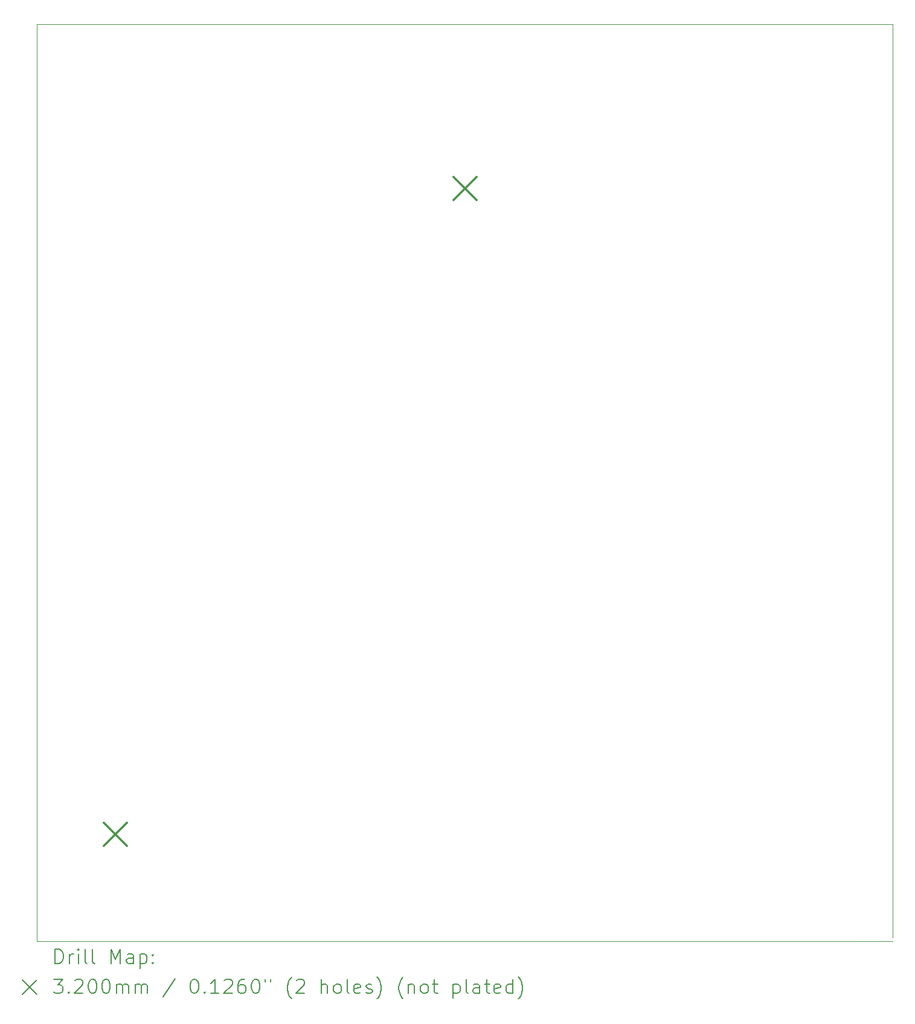
<source format=gbr>
%FSLAX45Y45*%
G04 Gerber Fmt 4.5, Leading zero omitted, Abs format (unit mm)*
G04 Created by KiCad (PCBNEW (6.0.6)) date 2022-11-24 10:30:43*
%MOMM*%
%LPD*%
G01*
G04 APERTURE LIST*
%TA.AperFunction,Profile*%
%ADD10C,0.050000*%
%TD*%
%ADD11C,0.200000*%
%ADD12C,0.320000*%
G04 APERTURE END LIST*
D10*
X3600000Y-3600000D02*
X3600000Y-16450000D01*
X3600000Y-3600000D02*
X15600000Y-3600000D01*
X15600000Y-3600000D02*
X15600000Y-16400000D01*
X15600000Y-16450000D02*
X3600000Y-16450000D01*
D11*
D12*
X4540000Y-14790000D02*
X4860000Y-15110000D01*
X4860000Y-14790000D02*
X4540000Y-15110000D01*
X9440000Y-5740000D02*
X9760000Y-6060000D01*
X9760000Y-5740000D02*
X9440000Y-6060000D01*
D11*
X3855119Y-16762976D02*
X3855119Y-16562976D01*
X3902738Y-16562976D01*
X3931309Y-16572500D01*
X3950357Y-16591548D01*
X3959881Y-16610595D01*
X3969405Y-16648690D01*
X3969405Y-16677262D01*
X3959881Y-16715357D01*
X3950357Y-16734405D01*
X3931309Y-16753452D01*
X3902738Y-16762976D01*
X3855119Y-16762976D01*
X4055119Y-16762976D02*
X4055119Y-16629643D01*
X4055119Y-16667738D02*
X4064643Y-16648690D01*
X4074167Y-16639167D01*
X4093214Y-16629643D01*
X4112262Y-16629643D01*
X4178928Y-16762976D02*
X4178928Y-16629643D01*
X4178928Y-16562976D02*
X4169405Y-16572500D01*
X4178928Y-16582024D01*
X4188452Y-16572500D01*
X4178928Y-16562976D01*
X4178928Y-16582024D01*
X4302738Y-16762976D02*
X4283690Y-16753452D01*
X4274167Y-16734405D01*
X4274167Y-16562976D01*
X4407500Y-16762976D02*
X4388452Y-16753452D01*
X4378929Y-16734405D01*
X4378929Y-16562976D01*
X4636071Y-16762976D02*
X4636071Y-16562976D01*
X4702738Y-16705833D01*
X4769405Y-16562976D01*
X4769405Y-16762976D01*
X4950357Y-16762976D02*
X4950357Y-16658214D01*
X4940833Y-16639167D01*
X4921786Y-16629643D01*
X4883690Y-16629643D01*
X4864643Y-16639167D01*
X4950357Y-16753452D02*
X4931310Y-16762976D01*
X4883690Y-16762976D01*
X4864643Y-16753452D01*
X4855119Y-16734405D01*
X4855119Y-16715357D01*
X4864643Y-16696309D01*
X4883690Y-16686786D01*
X4931310Y-16686786D01*
X4950357Y-16677262D01*
X5045595Y-16629643D02*
X5045595Y-16829643D01*
X5045595Y-16639167D02*
X5064643Y-16629643D01*
X5102738Y-16629643D01*
X5121786Y-16639167D01*
X5131310Y-16648690D01*
X5140833Y-16667738D01*
X5140833Y-16724881D01*
X5131310Y-16743928D01*
X5121786Y-16753452D01*
X5102738Y-16762976D01*
X5064643Y-16762976D01*
X5045595Y-16753452D01*
X5226548Y-16743928D02*
X5236071Y-16753452D01*
X5226548Y-16762976D01*
X5217024Y-16753452D01*
X5226548Y-16743928D01*
X5226548Y-16762976D01*
X5226548Y-16639167D02*
X5236071Y-16648690D01*
X5226548Y-16658214D01*
X5217024Y-16648690D01*
X5226548Y-16639167D01*
X5226548Y-16658214D01*
X3397500Y-16992500D02*
X3597500Y-17192500D01*
X3597500Y-16992500D02*
X3397500Y-17192500D01*
X3836071Y-16982976D02*
X3959881Y-16982976D01*
X3893214Y-17059167D01*
X3921786Y-17059167D01*
X3940833Y-17068690D01*
X3950357Y-17078214D01*
X3959881Y-17097262D01*
X3959881Y-17144881D01*
X3950357Y-17163929D01*
X3940833Y-17173452D01*
X3921786Y-17182976D01*
X3864643Y-17182976D01*
X3845595Y-17173452D01*
X3836071Y-17163929D01*
X4045595Y-17163929D02*
X4055119Y-17173452D01*
X4045595Y-17182976D01*
X4036071Y-17173452D01*
X4045595Y-17163929D01*
X4045595Y-17182976D01*
X4131309Y-17002024D02*
X4140833Y-16992500D01*
X4159881Y-16982976D01*
X4207500Y-16982976D01*
X4226548Y-16992500D01*
X4236071Y-17002024D01*
X4245595Y-17021071D01*
X4245595Y-17040119D01*
X4236071Y-17068690D01*
X4121786Y-17182976D01*
X4245595Y-17182976D01*
X4369405Y-16982976D02*
X4388452Y-16982976D01*
X4407500Y-16992500D01*
X4417024Y-17002024D01*
X4426548Y-17021071D01*
X4436071Y-17059167D01*
X4436071Y-17106786D01*
X4426548Y-17144881D01*
X4417024Y-17163929D01*
X4407500Y-17173452D01*
X4388452Y-17182976D01*
X4369405Y-17182976D01*
X4350357Y-17173452D01*
X4340833Y-17163929D01*
X4331310Y-17144881D01*
X4321786Y-17106786D01*
X4321786Y-17059167D01*
X4331310Y-17021071D01*
X4340833Y-17002024D01*
X4350357Y-16992500D01*
X4369405Y-16982976D01*
X4559881Y-16982976D02*
X4578929Y-16982976D01*
X4597976Y-16992500D01*
X4607500Y-17002024D01*
X4617024Y-17021071D01*
X4626548Y-17059167D01*
X4626548Y-17106786D01*
X4617024Y-17144881D01*
X4607500Y-17163929D01*
X4597976Y-17173452D01*
X4578929Y-17182976D01*
X4559881Y-17182976D01*
X4540833Y-17173452D01*
X4531310Y-17163929D01*
X4521786Y-17144881D01*
X4512262Y-17106786D01*
X4512262Y-17059167D01*
X4521786Y-17021071D01*
X4531310Y-17002024D01*
X4540833Y-16992500D01*
X4559881Y-16982976D01*
X4712262Y-17182976D02*
X4712262Y-17049643D01*
X4712262Y-17068690D02*
X4721786Y-17059167D01*
X4740833Y-17049643D01*
X4769405Y-17049643D01*
X4788452Y-17059167D01*
X4797976Y-17078214D01*
X4797976Y-17182976D01*
X4797976Y-17078214D02*
X4807500Y-17059167D01*
X4826548Y-17049643D01*
X4855119Y-17049643D01*
X4874167Y-17059167D01*
X4883690Y-17078214D01*
X4883690Y-17182976D01*
X4978929Y-17182976D02*
X4978929Y-17049643D01*
X4978929Y-17068690D02*
X4988452Y-17059167D01*
X5007500Y-17049643D01*
X5036071Y-17049643D01*
X5055119Y-17059167D01*
X5064643Y-17078214D01*
X5064643Y-17182976D01*
X5064643Y-17078214D02*
X5074167Y-17059167D01*
X5093214Y-17049643D01*
X5121786Y-17049643D01*
X5140833Y-17059167D01*
X5150357Y-17078214D01*
X5150357Y-17182976D01*
X5540833Y-16973452D02*
X5369405Y-17230595D01*
X5797976Y-16982976D02*
X5817024Y-16982976D01*
X5836071Y-16992500D01*
X5845595Y-17002024D01*
X5855119Y-17021071D01*
X5864643Y-17059167D01*
X5864643Y-17106786D01*
X5855119Y-17144881D01*
X5845595Y-17163929D01*
X5836071Y-17173452D01*
X5817024Y-17182976D01*
X5797976Y-17182976D01*
X5778928Y-17173452D01*
X5769405Y-17163929D01*
X5759881Y-17144881D01*
X5750357Y-17106786D01*
X5750357Y-17059167D01*
X5759881Y-17021071D01*
X5769405Y-17002024D01*
X5778928Y-16992500D01*
X5797976Y-16982976D01*
X5950357Y-17163929D02*
X5959881Y-17173452D01*
X5950357Y-17182976D01*
X5940833Y-17173452D01*
X5950357Y-17163929D01*
X5950357Y-17182976D01*
X6150357Y-17182976D02*
X6036071Y-17182976D01*
X6093214Y-17182976D02*
X6093214Y-16982976D01*
X6074167Y-17011548D01*
X6055119Y-17030595D01*
X6036071Y-17040119D01*
X6226548Y-17002024D02*
X6236071Y-16992500D01*
X6255119Y-16982976D01*
X6302738Y-16982976D01*
X6321786Y-16992500D01*
X6331309Y-17002024D01*
X6340833Y-17021071D01*
X6340833Y-17040119D01*
X6331309Y-17068690D01*
X6217024Y-17182976D01*
X6340833Y-17182976D01*
X6512262Y-16982976D02*
X6474167Y-16982976D01*
X6455119Y-16992500D01*
X6445595Y-17002024D01*
X6426548Y-17030595D01*
X6417024Y-17068690D01*
X6417024Y-17144881D01*
X6426548Y-17163929D01*
X6436071Y-17173452D01*
X6455119Y-17182976D01*
X6493214Y-17182976D01*
X6512262Y-17173452D01*
X6521786Y-17163929D01*
X6531309Y-17144881D01*
X6531309Y-17097262D01*
X6521786Y-17078214D01*
X6512262Y-17068690D01*
X6493214Y-17059167D01*
X6455119Y-17059167D01*
X6436071Y-17068690D01*
X6426548Y-17078214D01*
X6417024Y-17097262D01*
X6655119Y-16982976D02*
X6674167Y-16982976D01*
X6693214Y-16992500D01*
X6702738Y-17002024D01*
X6712262Y-17021071D01*
X6721786Y-17059167D01*
X6721786Y-17106786D01*
X6712262Y-17144881D01*
X6702738Y-17163929D01*
X6693214Y-17173452D01*
X6674167Y-17182976D01*
X6655119Y-17182976D01*
X6636071Y-17173452D01*
X6626548Y-17163929D01*
X6617024Y-17144881D01*
X6607500Y-17106786D01*
X6607500Y-17059167D01*
X6617024Y-17021071D01*
X6626548Y-17002024D01*
X6636071Y-16992500D01*
X6655119Y-16982976D01*
X6797976Y-16982976D02*
X6797976Y-17021071D01*
X6874167Y-16982976D02*
X6874167Y-17021071D01*
X7169405Y-17259167D02*
X7159881Y-17249643D01*
X7140833Y-17221071D01*
X7131309Y-17202024D01*
X7121786Y-17173452D01*
X7112262Y-17125833D01*
X7112262Y-17087738D01*
X7121786Y-17040119D01*
X7131309Y-17011548D01*
X7140833Y-16992500D01*
X7159881Y-16963929D01*
X7169405Y-16954405D01*
X7236071Y-17002024D02*
X7245595Y-16992500D01*
X7264643Y-16982976D01*
X7312262Y-16982976D01*
X7331309Y-16992500D01*
X7340833Y-17002024D01*
X7350357Y-17021071D01*
X7350357Y-17040119D01*
X7340833Y-17068690D01*
X7226548Y-17182976D01*
X7350357Y-17182976D01*
X7588452Y-17182976D02*
X7588452Y-16982976D01*
X7674167Y-17182976D02*
X7674167Y-17078214D01*
X7664643Y-17059167D01*
X7645595Y-17049643D01*
X7617024Y-17049643D01*
X7597976Y-17059167D01*
X7588452Y-17068690D01*
X7797976Y-17182976D02*
X7778928Y-17173452D01*
X7769405Y-17163929D01*
X7759881Y-17144881D01*
X7759881Y-17087738D01*
X7769405Y-17068690D01*
X7778928Y-17059167D01*
X7797976Y-17049643D01*
X7826548Y-17049643D01*
X7845595Y-17059167D01*
X7855119Y-17068690D01*
X7864643Y-17087738D01*
X7864643Y-17144881D01*
X7855119Y-17163929D01*
X7845595Y-17173452D01*
X7826548Y-17182976D01*
X7797976Y-17182976D01*
X7978928Y-17182976D02*
X7959881Y-17173452D01*
X7950357Y-17154405D01*
X7950357Y-16982976D01*
X8131309Y-17173452D02*
X8112262Y-17182976D01*
X8074167Y-17182976D01*
X8055119Y-17173452D01*
X8045595Y-17154405D01*
X8045595Y-17078214D01*
X8055119Y-17059167D01*
X8074167Y-17049643D01*
X8112262Y-17049643D01*
X8131309Y-17059167D01*
X8140833Y-17078214D01*
X8140833Y-17097262D01*
X8045595Y-17116310D01*
X8217024Y-17173452D02*
X8236071Y-17182976D01*
X8274167Y-17182976D01*
X8293214Y-17173452D01*
X8302738Y-17154405D01*
X8302738Y-17144881D01*
X8293214Y-17125833D01*
X8274167Y-17116310D01*
X8245595Y-17116310D01*
X8226548Y-17106786D01*
X8217024Y-17087738D01*
X8217024Y-17078214D01*
X8226548Y-17059167D01*
X8245595Y-17049643D01*
X8274167Y-17049643D01*
X8293214Y-17059167D01*
X8369405Y-17259167D02*
X8378928Y-17249643D01*
X8397976Y-17221071D01*
X8407500Y-17202024D01*
X8417024Y-17173452D01*
X8426548Y-17125833D01*
X8426548Y-17087738D01*
X8417024Y-17040119D01*
X8407500Y-17011548D01*
X8397976Y-16992500D01*
X8378928Y-16963929D01*
X8369405Y-16954405D01*
X8731310Y-17259167D02*
X8721786Y-17249643D01*
X8702738Y-17221071D01*
X8693214Y-17202024D01*
X8683690Y-17173452D01*
X8674167Y-17125833D01*
X8674167Y-17087738D01*
X8683690Y-17040119D01*
X8693214Y-17011548D01*
X8702738Y-16992500D01*
X8721786Y-16963929D01*
X8731310Y-16954405D01*
X8807500Y-17049643D02*
X8807500Y-17182976D01*
X8807500Y-17068690D02*
X8817024Y-17059167D01*
X8836071Y-17049643D01*
X8864643Y-17049643D01*
X8883690Y-17059167D01*
X8893214Y-17078214D01*
X8893214Y-17182976D01*
X9017024Y-17182976D02*
X8997976Y-17173452D01*
X8988452Y-17163929D01*
X8978929Y-17144881D01*
X8978929Y-17087738D01*
X8988452Y-17068690D01*
X8997976Y-17059167D01*
X9017024Y-17049643D01*
X9045595Y-17049643D01*
X9064643Y-17059167D01*
X9074167Y-17068690D01*
X9083690Y-17087738D01*
X9083690Y-17144881D01*
X9074167Y-17163929D01*
X9064643Y-17173452D01*
X9045595Y-17182976D01*
X9017024Y-17182976D01*
X9140833Y-17049643D02*
X9217024Y-17049643D01*
X9169405Y-16982976D02*
X9169405Y-17154405D01*
X9178929Y-17173452D01*
X9197976Y-17182976D01*
X9217024Y-17182976D01*
X9436071Y-17049643D02*
X9436071Y-17249643D01*
X9436071Y-17059167D02*
X9455119Y-17049643D01*
X9493214Y-17049643D01*
X9512262Y-17059167D01*
X9521786Y-17068690D01*
X9531310Y-17087738D01*
X9531310Y-17144881D01*
X9521786Y-17163929D01*
X9512262Y-17173452D01*
X9493214Y-17182976D01*
X9455119Y-17182976D01*
X9436071Y-17173452D01*
X9645595Y-17182976D02*
X9626548Y-17173452D01*
X9617024Y-17154405D01*
X9617024Y-16982976D01*
X9807500Y-17182976D02*
X9807500Y-17078214D01*
X9797976Y-17059167D01*
X9778929Y-17049643D01*
X9740833Y-17049643D01*
X9721786Y-17059167D01*
X9807500Y-17173452D02*
X9788452Y-17182976D01*
X9740833Y-17182976D01*
X9721786Y-17173452D01*
X9712262Y-17154405D01*
X9712262Y-17135357D01*
X9721786Y-17116310D01*
X9740833Y-17106786D01*
X9788452Y-17106786D01*
X9807500Y-17097262D01*
X9874167Y-17049643D02*
X9950357Y-17049643D01*
X9902738Y-16982976D02*
X9902738Y-17154405D01*
X9912262Y-17173452D01*
X9931310Y-17182976D01*
X9950357Y-17182976D01*
X10093214Y-17173452D02*
X10074167Y-17182976D01*
X10036071Y-17182976D01*
X10017024Y-17173452D01*
X10007500Y-17154405D01*
X10007500Y-17078214D01*
X10017024Y-17059167D01*
X10036071Y-17049643D01*
X10074167Y-17049643D01*
X10093214Y-17059167D01*
X10102738Y-17078214D01*
X10102738Y-17097262D01*
X10007500Y-17116310D01*
X10274167Y-17182976D02*
X10274167Y-16982976D01*
X10274167Y-17173452D02*
X10255119Y-17182976D01*
X10217024Y-17182976D01*
X10197976Y-17173452D01*
X10188452Y-17163929D01*
X10178929Y-17144881D01*
X10178929Y-17087738D01*
X10188452Y-17068690D01*
X10197976Y-17059167D01*
X10217024Y-17049643D01*
X10255119Y-17049643D01*
X10274167Y-17059167D01*
X10350357Y-17259167D02*
X10359881Y-17249643D01*
X10378929Y-17221071D01*
X10388452Y-17202024D01*
X10397976Y-17173452D01*
X10407500Y-17125833D01*
X10407500Y-17087738D01*
X10397976Y-17040119D01*
X10388452Y-17011548D01*
X10378929Y-16992500D01*
X10359881Y-16963929D01*
X10350357Y-16954405D01*
M02*

</source>
